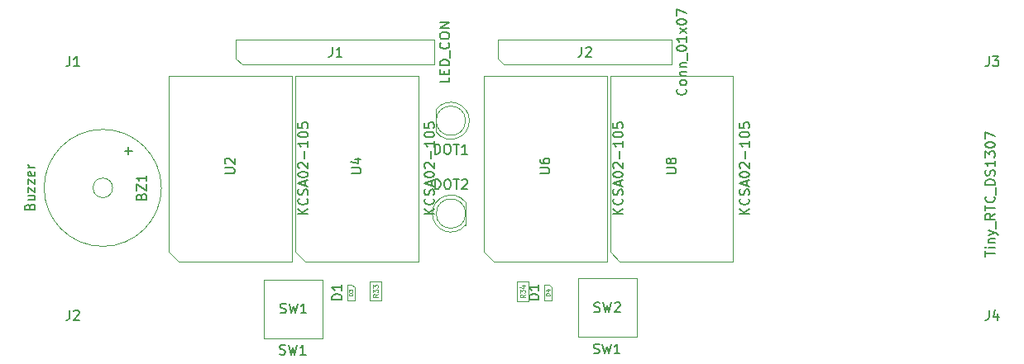
<source format=gbr>
G04 #@! TF.GenerationSoftware,KiCad,Pcbnew,(5.1.5)-2*
G04 #@! TF.CreationDate,2020-04-10T10:41:53+07:00*
G04 #@! TF.ProjectId,KIT_7SegLED_74HC595,4b49545f-3753-4656-974c-45445f373448,rev?*
G04 #@! TF.SameCoordinates,Original*
G04 #@! TF.FileFunction,Other,Fab,Top*
%FSLAX46Y46*%
G04 Gerber Fmt 4.6, Leading zero omitted, Abs format (unit mm)*
G04 Created by KiCad (PCBNEW (5.1.5)-2) date 2020-04-10 10:41:53*
%MOMM*%
%LPD*%
G04 APERTURE LIST*
%ADD10C,0.100000*%
%ADD11C,0.150000*%
%ADD12C,0.060000*%
%ADD13C,0.080000*%
G04 APERTURE END LIST*
D10*
X176339500Y-30924500D02*
X176339500Y-29019500D01*
X176339500Y-29019500D02*
X194119500Y-29019500D01*
X194119500Y-29019500D02*
X194119500Y-31559500D01*
X194119500Y-31559500D02*
X176974500Y-31559500D01*
X176974500Y-31559500D02*
X176339500Y-30924500D01*
X155570601Y-50726499D02*
X156570601Y-51726499D01*
X168170601Y-32676499D02*
X155570601Y-32676499D01*
X156570601Y-51726499D02*
X168170601Y-51726499D01*
X168170601Y-51726499D02*
X168170601Y-32676499D01*
X155570601Y-50726499D02*
X155570601Y-32676499D01*
X142632900Y-50727100D02*
X143632900Y-51727100D01*
X155232900Y-32677100D02*
X142632900Y-32677100D01*
X143632900Y-51727100D02*
X155232900Y-51727100D01*
X155232900Y-51727100D02*
X155232900Y-32677100D01*
X142632900Y-50727100D02*
X142632900Y-32677100D01*
X174874601Y-50726499D02*
X174874601Y-32676499D01*
X187474601Y-51726499D02*
X187474601Y-32676499D01*
X175874601Y-51726499D02*
X187474601Y-51726499D01*
X187474601Y-32676499D02*
X174874601Y-32676499D01*
X174874601Y-50726499D02*
X175874601Y-51726499D01*
X187825501Y-50726499D02*
X188825501Y-51726499D01*
X200425501Y-32676499D02*
X187825501Y-32676499D01*
X188825501Y-51726499D02*
X200425501Y-51726499D01*
X200425501Y-51726499D02*
X200425501Y-32676499D01*
X187825501Y-50726499D02*
X187825501Y-32676499D01*
X170017046Y-38465376D02*
G75*
G03X170017601Y-36133710I1500555J1165476D01*
G01*
X173017601Y-37299900D02*
G75*
G03X173017601Y-37299900I-1500000J0D01*
G01*
X170017601Y-36133710D02*
X170017601Y-38466090D01*
X173027601Y-47991090D02*
X173027601Y-45658710D01*
X173027601Y-46824900D02*
G75*
G03X173027601Y-46824900I-1500000J0D01*
G01*
X173028156Y-45659424D02*
G75*
G03X173027601Y-47991090I-1500555J-1165476D01*
G01*
X141890000Y-44186000D02*
G75*
G03X141890000Y-44186000I-6000000J0D01*
G01*
X136890000Y-44186000D02*
G75*
G03X136890000Y-44186000I-1000000J0D01*
G01*
X152396000Y-59588001D02*
X158396000Y-59588001D01*
X152396000Y-53588001D02*
X158396000Y-53588001D01*
X158396000Y-53588001D02*
X158396000Y-59588001D01*
X152396000Y-53588001D02*
X152396000Y-59588001D01*
X184527000Y-53479000D02*
X184527000Y-59479000D01*
X190527000Y-53479000D02*
X190527000Y-59479000D01*
X184527000Y-53479000D02*
X190527000Y-53479000D01*
X184527000Y-59479000D02*
X190527000Y-59479000D01*
X149542500Y-30924500D02*
X149542500Y-29019500D01*
X149542500Y-29019500D02*
X169862500Y-29019500D01*
X169862500Y-29019500D02*
X169862500Y-31559500D01*
X169862500Y-31559500D02*
X150177500Y-31559500D01*
X150177500Y-31559500D02*
X149542500Y-30924500D01*
X161690000Y-55714500D02*
X161690000Y-54414500D01*
X161690000Y-54414500D02*
X161390000Y-54114500D01*
X161390000Y-54114500D02*
X160890000Y-54114500D01*
X160890000Y-54114500D02*
X160890000Y-55714500D01*
X160890000Y-55714500D02*
X161690000Y-55714500D01*
X181057600Y-55714800D02*
X181857600Y-55714800D01*
X181057600Y-54114800D02*
X181057600Y-55714800D01*
X181557600Y-54114800D02*
X181057600Y-54114800D01*
X181857600Y-54414800D02*
X181557600Y-54114800D01*
X181857600Y-55714800D02*
X181857600Y-54414800D01*
X164430000Y-53762400D02*
X164430000Y-55762400D01*
X163230000Y-53762400D02*
X164430000Y-53762400D01*
X163230000Y-55762400D02*
X163230000Y-53762400D01*
X164430000Y-55762400D02*
X163230000Y-55762400D01*
X179466800Y-55813200D02*
X178266800Y-55813200D01*
X178266800Y-55813200D02*
X178266800Y-53813200D01*
X178266800Y-53813200D02*
X179466800Y-53813200D01*
X179466800Y-53813200D02*
X179466800Y-55813200D01*
D11*
X195536642Y-34027595D02*
X195584261Y-34075214D01*
X195631880Y-34218071D01*
X195631880Y-34313309D01*
X195584261Y-34456166D01*
X195489023Y-34551404D01*
X195393785Y-34599023D01*
X195203309Y-34646642D01*
X195060452Y-34646642D01*
X194869976Y-34599023D01*
X194774738Y-34551404D01*
X194679500Y-34456166D01*
X194631880Y-34313309D01*
X194631880Y-34218071D01*
X194679500Y-34075214D01*
X194727119Y-34027595D01*
X195631880Y-33456166D02*
X195584261Y-33551404D01*
X195536642Y-33599023D01*
X195441404Y-33646642D01*
X195155690Y-33646642D01*
X195060452Y-33599023D01*
X195012833Y-33551404D01*
X194965214Y-33456166D01*
X194965214Y-33313309D01*
X195012833Y-33218071D01*
X195060452Y-33170452D01*
X195155690Y-33122833D01*
X195441404Y-33122833D01*
X195536642Y-33170452D01*
X195584261Y-33218071D01*
X195631880Y-33313309D01*
X195631880Y-33456166D01*
X194965214Y-32694261D02*
X195631880Y-32694261D01*
X195060452Y-32694261D02*
X195012833Y-32646642D01*
X194965214Y-32551404D01*
X194965214Y-32408547D01*
X195012833Y-32313309D01*
X195108071Y-32265690D01*
X195631880Y-32265690D01*
X194965214Y-31789500D02*
X195631880Y-31789500D01*
X195060452Y-31789500D02*
X195012833Y-31741880D01*
X194965214Y-31646642D01*
X194965214Y-31503785D01*
X195012833Y-31408547D01*
X195108071Y-31360928D01*
X195631880Y-31360928D01*
X195727119Y-31122833D02*
X195727119Y-30360928D01*
X194631880Y-29932357D02*
X194631880Y-29837119D01*
X194679500Y-29741880D01*
X194727119Y-29694261D01*
X194822357Y-29646642D01*
X195012833Y-29599023D01*
X195250928Y-29599023D01*
X195441404Y-29646642D01*
X195536642Y-29694261D01*
X195584261Y-29741880D01*
X195631880Y-29837119D01*
X195631880Y-29932357D01*
X195584261Y-30027595D01*
X195536642Y-30075214D01*
X195441404Y-30122833D01*
X195250928Y-30170452D01*
X195012833Y-30170452D01*
X194822357Y-30122833D01*
X194727119Y-30075214D01*
X194679500Y-30027595D01*
X194631880Y-29932357D01*
X195631880Y-28646642D02*
X195631880Y-29218071D01*
X195631880Y-28932357D02*
X194631880Y-28932357D01*
X194774738Y-29027595D01*
X194869976Y-29122833D01*
X194917595Y-29218071D01*
X195631880Y-28313309D02*
X194965214Y-27789500D01*
X194965214Y-28313309D02*
X195631880Y-27789500D01*
X194631880Y-27218071D02*
X194631880Y-27122833D01*
X194679500Y-27027595D01*
X194727119Y-26979976D01*
X194822357Y-26932357D01*
X195012833Y-26884738D01*
X195250928Y-26884738D01*
X195441404Y-26932357D01*
X195536642Y-26979976D01*
X195584261Y-27027595D01*
X195631880Y-27122833D01*
X195631880Y-27218071D01*
X195584261Y-27313309D01*
X195536642Y-27360928D01*
X195441404Y-27408547D01*
X195250928Y-27456166D01*
X195012833Y-27456166D01*
X194822357Y-27408547D01*
X194727119Y-27360928D01*
X194679500Y-27313309D01*
X194631880Y-27218071D01*
X194631880Y-26551404D02*
X194631880Y-25884738D01*
X195631880Y-26313309D01*
X184896166Y-29741880D02*
X184896166Y-30456166D01*
X184848547Y-30599023D01*
X184753309Y-30694261D01*
X184610452Y-30741880D01*
X184515214Y-30741880D01*
X185324738Y-29837119D02*
X185372357Y-29789500D01*
X185467595Y-29741880D01*
X185705690Y-29741880D01*
X185800928Y-29789500D01*
X185848547Y-29837119D01*
X185896166Y-29932357D01*
X185896166Y-30027595D01*
X185848547Y-30170452D01*
X185277119Y-30741880D01*
X185896166Y-30741880D01*
X226210880Y-51211952D02*
X226210880Y-50640523D01*
X227210880Y-50926238D02*
X226210880Y-50926238D01*
X227210880Y-50307190D02*
X226544214Y-50307190D01*
X226210880Y-50307190D02*
X226258500Y-50354809D01*
X226306119Y-50307190D01*
X226258500Y-50259571D01*
X226210880Y-50307190D01*
X226306119Y-50307190D01*
X226544214Y-49831000D02*
X227210880Y-49831000D01*
X226639452Y-49831000D02*
X226591833Y-49783380D01*
X226544214Y-49688142D01*
X226544214Y-49545285D01*
X226591833Y-49450047D01*
X226687071Y-49402428D01*
X227210880Y-49402428D01*
X226544214Y-49021476D02*
X227210880Y-48783380D01*
X226544214Y-48545285D02*
X227210880Y-48783380D01*
X227448976Y-48878619D01*
X227496595Y-48926238D01*
X227544214Y-49021476D01*
X227306119Y-48402428D02*
X227306119Y-47640523D01*
X227210880Y-46831000D02*
X226734690Y-47164333D01*
X227210880Y-47402428D02*
X226210880Y-47402428D01*
X226210880Y-47021476D01*
X226258500Y-46926238D01*
X226306119Y-46878619D01*
X226401357Y-46831000D01*
X226544214Y-46831000D01*
X226639452Y-46878619D01*
X226687071Y-46926238D01*
X226734690Y-47021476D01*
X226734690Y-47402428D01*
X226210880Y-46545285D02*
X226210880Y-45973857D01*
X227210880Y-46259571D02*
X226210880Y-46259571D01*
X227115642Y-45069095D02*
X227163261Y-45116714D01*
X227210880Y-45259571D01*
X227210880Y-45354809D01*
X227163261Y-45497666D01*
X227068023Y-45592904D01*
X226972785Y-45640523D01*
X226782309Y-45688142D01*
X226639452Y-45688142D01*
X226448976Y-45640523D01*
X226353738Y-45592904D01*
X226258500Y-45497666D01*
X226210880Y-45354809D01*
X226210880Y-45259571D01*
X226258500Y-45116714D01*
X226306119Y-45069095D01*
X227306119Y-44878619D02*
X227306119Y-44116714D01*
X227210880Y-43878619D02*
X226210880Y-43878619D01*
X226210880Y-43640523D01*
X226258500Y-43497666D01*
X226353738Y-43402428D01*
X226448976Y-43354809D01*
X226639452Y-43307190D01*
X226782309Y-43307190D01*
X226972785Y-43354809D01*
X227068023Y-43402428D01*
X227163261Y-43497666D01*
X227210880Y-43640523D01*
X227210880Y-43878619D01*
X227163261Y-42926238D02*
X227210880Y-42783380D01*
X227210880Y-42545285D01*
X227163261Y-42450047D01*
X227115642Y-42402428D01*
X227020404Y-42354809D01*
X226925166Y-42354809D01*
X226829928Y-42402428D01*
X226782309Y-42450047D01*
X226734690Y-42545285D01*
X226687071Y-42735761D01*
X226639452Y-42831000D01*
X226591833Y-42878619D01*
X226496595Y-42926238D01*
X226401357Y-42926238D01*
X226306119Y-42878619D01*
X226258500Y-42831000D01*
X226210880Y-42735761D01*
X226210880Y-42497666D01*
X226258500Y-42354809D01*
X227210880Y-41402428D02*
X227210880Y-41973857D01*
X227210880Y-41688142D02*
X226210880Y-41688142D01*
X226353738Y-41783380D01*
X226448976Y-41878619D01*
X226496595Y-41973857D01*
X226210880Y-41069095D02*
X226210880Y-40450047D01*
X226591833Y-40783380D01*
X226591833Y-40640523D01*
X226639452Y-40545285D01*
X226687071Y-40497666D01*
X226782309Y-40450047D01*
X227020404Y-40450047D01*
X227115642Y-40497666D01*
X227163261Y-40545285D01*
X227210880Y-40640523D01*
X227210880Y-40926238D01*
X227163261Y-41021476D01*
X227115642Y-41069095D01*
X226210880Y-39831000D02*
X226210880Y-39735761D01*
X226258500Y-39640523D01*
X226306119Y-39592904D01*
X226401357Y-39545285D01*
X226591833Y-39497666D01*
X226829928Y-39497666D01*
X227020404Y-39545285D01*
X227115642Y-39592904D01*
X227163261Y-39640523D01*
X227210880Y-39735761D01*
X227210880Y-39831000D01*
X227163261Y-39926238D01*
X227115642Y-39973857D01*
X227020404Y-40021476D01*
X226829928Y-40069095D01*
X226591833Y-40069095D01*
X226401357Y-40021476D01*
X226306119Y-39973857D01*
X226258500Y-39926238D01*
X226210880Y-39831000D01*
X226210880Y-39164333D02*
X226210880Y-38497666D01*
X227210880Y-38926238D01*
X132491166Y-56742080D02*
X132491166Y-57456366D01*
X132443547Y-57599223D01*
X132348309Y-57694461D01*
X132205452Y-57742080D01*
X132110214Y-57742080D01*
X132919738Y-56837319D02*
X132967357Y-56789700D01*
X133062595Y-56742080D01*
X133300690Y-56742080D01*
X133395928Y-56789700D01*
X133443547Y-56837319D01*
X133491166Y-56932557D01*
X133491166Y-57027795D01*
X133443547Y-57170652D01*
X132872119Y-57742080D01*
X133491166Y-57742080D01*
X226598166Y-30707080D02*
X226598166Y-31421366D01*
X226550547Y-31564223D01*
X226455309Y-31659461D01*
X226312452Y-31707080D01*
X226217214Y-31707080D01*
X226979119Y-30707080D02*
X227598166Y-30707080D01*
X227264833Y-31088033D01*
X227407690Y-31088033D01*
X227502928Y-31135652D01*
X227550547Y-31183271D01*
X227598166Y-31278509D01*
X227598166Y-31516604D01*
X227550547Y-31611842D01*
X227502928Y-31659461D01*
X227407690Y-31707080D01*
X227121976Y-31707080D01*
X227026738Y-31659461D01*
X226979119Y-31611842D01*
X226598166Y-56742080D02*
X226598166Y-57456366D01*
X226550547Y-57599223D01*
X226455309Y-57694461D01*
X226312452Y-57742080D01*
X226217214Y-57742080D01*
X227502928Y-57075414D02*
X227502928Y-57742080D01*
X227264833Y-56694461D02*
X227026738Y-57408747D01*
X227645785Y-57408747D01*
X132491166Y-30707080D02*
X132491166Y-31421366D01*
X132443547Y-31564223D01*
X132348309Y-31659461D01*
X132205452Y-31707080D01*
X132110214Y-31707080D01*
X133491166Y-31707080D02*
X132919738Y-31707080D01*
X133205452Y-31707080D02*
X133205452Y-30707080D01*
X133110214Y-30849938D01*
X133014976Y-30945176D01*
X132919738Y-30992795D01*
X169822981Y-46868165D02*
X168822981Y-46868165D01*
X169822981Y-46296737D02*
X169251553Y-46725308D01*
X168822981Y-46296737D02*
X169394410Y-46868165D01*
X169727743Y-45296737D02*
X169775362Y-45344356D01*
X169822981Y-45487213D01*
X169822981Y-45582451D01*
X169775362Y-45725308D01*
X169680124Y-45820546D01*
X169584886Y-45868165D01*
X169394410Y-45915784D01*
X169251553Y-45915784D01*
X169061077Y-45868165D01*
X168965839Y-45820546D01*
X168870601Y-45725308D01*
X168822981Y-45582451D01*
X168822981Y-45487213D01*
X168870601Y-45344356D01*
X168918220Y-45296737D01*
X169775362Y-44915784D02*
X169822981Y-44772927D01*
X169822981Y-44534832D01*
X169775362Y-44439594D01*
X169727743Y-44391975D01*
X169632505Y-44344356D01*
X169537267Y-44344356D01*
X169442029Y-44391975D01*
X169394410Y-44439594D01*
X169346791Y-44534832D01*
X169299172Y-44725308D01*
X169251553Y-44820546D01*
X169203934Y-44868165D01*
X169108696Y-44915784D01*
X169013458Y-44915784D01*
X168918220Y-44868165D01*
X168870601Y-44820546D01*
X168822981Y-44725308D01*
X168822981Y-44487213D01*
X168870601Y-44344356D01*
X169537267Y-43963403D02*
X169537267Y-43487213D01*
X169822981Y-44058641D02*
X168822981Y-43725308D01*
X169822981Y-43391975D01*
X168822981Y-42868165D02*
X168822981Y-42772927D01*
X168870601Y-42677689D01*
X168918220Y-42630070D01*
X169013458Y-42582451D01*
X169203934Y-42534832D01*
X169442029Y-42534832D01*
X169632505Y-42582451D01*
X169727743Y-42630070D01*
X169775362Y-42677689D01*
X169822981Y-42772927D01*
X169822981Y-42868165D01*
X169775362Y-42963403D01*
X169727743Y-43011022D01*
X169632505Y-43058641D01*
X169442029Y-43106260D01*
X169203934Y-43106260D01*
X169013458Y-43058641D01*
X168918220Y-43011022D01*
X168870601Y-42963403D01*
X168822981Y-42868165D01*
X168918220Y-42153879D02*
X168870601Y-42106260D01*
X168822981Y-42011022D01*
X168822981Y-41772927D01*
X168870601Y-41677689D01*
X168918220Y-41630070D01*
X169013458Y-41582451D01*
X169108696Y-41582451D01*
X169251553Y-41630070D01*
X169822981Y-42201499D01*
X169822981Y-41582451D01*
X169442029Y-41153879D02*
X169442029Y-40391975D01*
X169822981Y-39391975D02*
X169822981Y-39963403D01*
X169822981Y-39677689D02*
X168822981Y-39677689D01*
X168965839Y-39772927D01*
X169061077Y-39868165D01*
X169108696Y-39963403D01*
X168822981Y-38772927D02*
X168822981Y-38677689D01*
X168870601Y-38582451D01*
X168918220Y-38534832D01*
X169013458Y-38487213D01*
X169203934Y-38439594D01*
X169442029Y-38439594D01*
X169632505Y-38487213D01*
X169727743Y-38534832D01*
X169775362Y-38582451D01*
X169822981Y-38677689D01*
X169822981Y-38772927D01*
X169775362Y-38868165D01*
X169727743Y-38915784D01*
X169632505Y-38963403D01*
X169442029Y-39011022D01*
X169203934Y-39011022D01*
X169013458Y-38963403D01*
X168918220Y-38915784D01*
X168870601Y-38868165D01*
X168822981Y-38772927D01*
X168822981Y-37534832D02*
X168822981Y-38011022D01*
X169299172Y-38058641D01*
X169251553Y-38011022D01*
X169203934Y-37915784D01*
X169203934Y-37677689D01*
X169251553Y-37582451D01*
X169299172Y-37534832D01*
X169394410Y-37487213D01*
X169632505Y-37487213D01*
X169727743Y-37534832D01*
X169775362Y-37582451D01*
X169822981Y-37677689D01*
X169822981Y-37915784D01*
X169775362Y-38011022D01*
X169727743Y-38058641D01*
X161322981Y-42713403D02*
X162132505Y-42713403D01*
X162227743Y-42665784D01*
X162275362Y-42618165D01*
X162322981Y-42522927D01*
X162322981Y-42332451D01*
X162275362Y-42237213D01*
X162227743Y-42189594D01*
X162132505Y-42141975D01*
X161322981Y-42141975D01*
X161656315Y-41237213D02*
X162322981Y-41237213D01*
X161275362Y-41475308D02*
X161989648Y-41713403D01*
X161989648Y-41094356D01*
X156885280Y-46868766D02*
X155885280Y-46868766D01*
X156885280Y-46297338D02*
X156313852Y-46725909D01*
X155885280Y-46297338D02*
X156456709Y-46868766D01*
X156790042Y-45297338D02*
X156837661Y-45344957D01*
X156885280Y-45487814D01*
X156885280Y-45583052D01*
X156837661Y-45725909D01*
X156742423Y-45821147D01*
X156647185Y-45868766D01*
X156456709Y-45916385D01*
X156313852Y-45916385D01*
X156123376Y-45868766D01*
X156028138Y-45821147D01*
X155932900Y-45725909D01*
X155885280Y-45583052D01*
X155885280Y-45487814D01*
X155932900Y-45344957D01*
X155980519Y-45297338D01*
X156837661Y-44916385D02*
X156885280Y-44773528D01*
X156885280Y-44535433D01*
X156837661Y-44440195D01*
X156790042Y-44392576D01*
X156694804Y-44344957D01*
X156599566Y-44344957D01*
X156504328Y-44392576D01*
X156456709Y-44440195D01*
X156409090Y-44535433D01*
X156361471Y-44725909D01*
X156313852Y-44821147D01*
X156266233Y-44868766D01*
X156170995Y-44916385D01*
X156075757Y-44916385D01*
X155980519Y-44868766D01*
X155932900Y-44821147D01*
X155885280Y-44725909D01*
X155885280Y-44487814D01*
X155932900Y-44344957D01*
X156599566Y-43964004D02*
X156599566Y-43487814D01*
X156885280Y-44059242D02*
X155885280Y-43725909D01*
X156885280Y-43392576D01*
X155885280Y-42868766D02*
X155885280Y-42773528D01*
X155932900Y-42678290D01*
X155980519Y-42630671D01*
X156075757Y-42583052D01*
X156266233Y-42535433D01*
X156504328Y-42535433D01*
X156694804Y-42583052D01*
X156790042Y-42630671D01*
X156837661Y-42678290D01*
X156885280Y-42773528D01*
X156885280Y-42868766D01*
X156837661Y-42964004D01*
X156790042Y-43011623D01*
X156694804Y-43059242D01*
X156504328Y-43106861D01*
X156266233Y-43106861D01*
X156075757Y-43059242D01*
X155980519Y-43011623D01*
X155932900Y-42964004D01*
X155885280Y-42868766D01*
X155980519Y-42154480D02*
X155932900Y-42106861D01*
X155885280Y-42011623D01*
X155885280Y-41773528D01*
X155932900Y-41678290D01*
X155980519Y-41630671D01*
X156075757Y-41583052D01*
X156170995Y-41583052D01*
X156313852Y-41630671D01*
X156885280Y-42202100D01*
X156885280Y-41583052D01*
X156504328Y-41154480D02*
X156504328Y-40392576D01*
X156885280Y-39392576D02*
X156885280Y-39964004D01*
X156885280Y-39678290D02*
X155885280Y-39678290D01*
X156028138Y-39773528D01*
X156123376Y-39868766D01*
X156170995Y-39964004D01*
X155885280Y-38773528D02*
X155885280Y-38678290D01*
X155932900Y-38583052D01*
X155980519Y-38535433D01*
X156075757Y-38487814D01*
X156266233Y-38440195D01*
X156504328Y-38440195D01*
X156694804Y-38487814D01*
X156790042Y-38535433D01*
X156837661Y-38583052D01*
X156885280Y-38678290D01*
X156885280Y-38773528D01*
X156837661Y-38868766D01*
X156790042Y-38916385D01*
X156694804Y-38964004D01*
X156504328Y-39011623D01*
X156266233Y-39011623D01*
X156075757Y-38964004D01*
X155980519Y-38916385D01*
X155932900Y-38868766D01*
X155885280Y-38773528D01*
X155885280Y-37535433D02*
X155885280Y-38011623D01*
X156361471Y-38059242D01*
X156313852Y-38011623D01*
X156266233Y-37916385D01*
X156266233Y-37678290D01*
X156313852Y-37583052D01*
X156361471Y-37535433D01*
X156456709Y-37487814D01*
X156694804Y-37487814D01*
X156790042Y-37535433D01*
X156837661Y-37583052D01*
X156885280Y-37678290D01*
X156885280Y-37916385D01*
X156837661Y-38011623D01*
X156790042Y-38059242D01*
X148385280Y-42714004D02*
X149194804Y-42714004D01*
X149290042Y-42666385D01*
X149337661Y-42618766D01*
X149385280Y-42523528D01*
X149385280Y-42333052D01*
X149337661Y-42237814D01*
X149290042Y-42190195D01*
X149194804Y-42142576D01*
X148385280Y-42142576D01*
X148480519Y-41714004D02*
X148432900Y-41666385D01*
X148385280Y-41571147D01*
X148385280Y-41333052D01*
X148432900Y-41237814D01*
X148480519Y-41190195D01*
X148575757Y-41142576D01*
X148670995Y-41142576D01*
X148813852Y-41190195D01*
X149385280Y-41761623D01*
X149385280Y-41142576D01*
X189126981Y-46868165D02*
X188126981Y-46868165D01*
X189126981Y-46296737D02*
X188555553Y-46725308D01*
X188126981Y-46296737D02*
X188698410Y-46868165D01*
X189031743Y-45296737D02*
X189079362Y-45344356D01*
X189126981Y-45487213D01*
X189126981Y-45582451D01*
X189079362Y-45725308D01*
X188984124Y-45820546D01*
X188888886Y-45868165D01*
X188698410Y-45915784D01*
X188555553Y-45915784D01*
X188365077Y-45868165D01*
X188269839Y-45820546D01*
X188174601Y-45725308D01*
X188126981Y-45582451D01*
X188126981Y-45487213D01*
X188174601Y-45344356D01*
X188222220Y-45296737D01*
X189079362Y-44915784D02*
X189126981Y-44772927D01*
X189126981Y-44534832D01*
X189079362Y-44439594D01*
X189031743Y-44391975D01*
X188936505Y-44344356D01*
X188841267Y-44344356D01*
X188746029Y-44391975D01*
X188698410Y-44439594D01*
X188650791Y-44534832D01*
X188603172Y-44725308D01*
X188555553Y-44820546D01*
X188507934Y-44868165D01*
X188412696Y-44915784D01*
X188317458Y-44915784D01*
X188222220Y-44868165D01*
X188174601Y-44820546D01*
X188126981Y-44725308D01*
X188126981Y-44487213D01*
X188174601Y-44344356D01*
X188841267Y-43963403D02*
X188841267Y-43487213D01*
X189126981Y-44058641D02*
X188126981Y-43725308D01*
X189126981Y-43391975D01*
X188126981Y-42868165D02*
X188126981Y-42772927D01*
X188174601Y-42677689D01*
X188222220Y-42630070D01*
X188317458Y-42582451D01*
X188507934Y-42534832D01*
X188746029Y-42534832D01*
X188936505Y-42582451D01*
X189031743Y-42630070D01*
X189079362Y-42677689D01*
X189126981Y-42772927D01*
X189126981Y-42868165D01*
X189079362Y-42963403D01*
X189031743Y-43011022D01*
X188936505Y-43058641D01*
X188746029Y-43106260D01*
X188507934Y-43106260D01*
X188317458Y-43058641D01*
X188222220Y-43011022D01*
X188174601Y-42963403D01*
X188126981Y-42868165D01*
X188222220Y-42153879D02*
X188174601Y-42106260D01*
X188126981Y-42011022D01*
X188126981Y-41772927D01*
X188174601Y-41677689D01*
X188222220Y-41630070D01*
X188317458Y-41582451D01*
X188412696Y-41582451D01*
X188555553Y-41630070D01*
X189126981Y-42201499D01*
X189126981Y-41582451D01*
X188746029Y-41153879D02*
X188746029Y-40391975D01*
X189126981Y-39391975D02*
X189126981Y-39963403D01*
X189126981Y-39677689D02*
X188126981Y-39677689D01*
X188269839Y-39772927D01*
X188365077Y-39868165D01*
X188412696Y-39963403D01*
X188126981Y-38772927D02*
X188126981Y-38677689D01*
X188174601Y-38582451D01*
X188222220Y-38534832D01*
X188317458Y-38487213D01*
X188507934Y-38439594D01*
X188746029Y-38439594D01*
X188936505Y-38487213D01*
X189031743Y-38534832D01*
X189079362Y-38582451D01*
X189126981Y-38677689D01*
X189126981Y-38772927D01*
X189079362Y-38868165D01*
X189031743Y-38915784D01*
X188936505Y-38963403D01*
X188746029Y-39011022D01*
X188507934Y-39011022D01*
X188317458Y-38963403D01*
X188222220Y-38915784D01*
X188174601Y-38868165D01*
X188126981Y-38772927D01*
X188126981Y-37534832D02*
X188126981Y-38011022D01*
X188603172Y-38058641D01*
X188555553Y-38011022D01*
X188507934Y-37915784D01*
X188507934Y-37677689D01*
X188555553Y-37582451D01*
X188603172Y-37534832D01*
X188698410Y-37487213D01*
X188936505Y-37487213D01*
X189031743Y-37534832D01*
X189079362Y-37582451D01*
X189126981Y-37677689D01*
X189126981Y-37915784D01*
X189079362Y-38011022D01*
X189031743Y-38058641D01*
X180626981Y-42713403D02*
X181436505Y-42713403D01*
X181531743Y-42665784D01*
X181579362Y-42618165D01*
X181626981Y-42522927D01*
X181626981Y-42332451D01*
X181579362Y-42237213D01*
X181531743Y-42189594D01*
X181436505Y-42141975D01*
X180626981Y-42141975D01*
X180626981Y-41237213D02*
X180626981Y-41427689D01*
X180674601Y-41522927D01*
X180722220Y-41570546D01*
X180865077Y-41665784D01*
X181055553Y-41713403D01*
X181436505Y-41713403D01*
X181531743Y-41665784D01*
X181579362Y-41618165D01*
X181626981Y-41522927D01*
X181626981Y-41332451D01*
X181579362Y-41237213D01*
X181531743Y-41189594D01*
X181436505Y-41141975D01*
X181198410Y-41141975D01*
X181103172Y-41189594D01*
X181055553Y-41237213D01*
X181007934Y-41332451D01*
X181007934Y-41522927D01*
X181055553Y-41618165D01*
X181103172Y-41665784D01*
X181198410Y-41713403D01*
X202077881Y-46868165D02*
X201077881Y-46868165D01*
X202077881Y-46296737D02*
X201506453Y-46725308D01*
X201077881Y-46296737D02*
X201649310Y-46868165D01*
X201982643Y-45296737D02*
X202030262Y-45344356D01*
X202077881Y-45487213D01*
X202077881Y-45582451D01*
X202030262Y-45725308D01*
X201935024Y-45820546D01*
X201839786Y-45868165D01*
X201649310Y-45915784D01*
X201506453Y-45915784D01*
X201315977Y-45868165D01*
X201220739Y-45820546D01*
X201125501Y-45725308D01*
X201077881Y-45582451D01*
X201077881Y-45487213D01*
X201125501Y-45344356D01*
X201173120Y-45296737D01*
X202030262Y-44915784D02*
X202077881Y-44772927D01*
X202077881Y-44534832D01*
X202030262Y-44439594D01*
X201982643Y-44391975D01*
X201887405Y-44344356D01*
X201792167Y-44344356D01*
X201696929Y-44391975D01*
X201649310Y-44439594D01*
X201601691Y-44534832D01*
X201554072Y-44725308D01*
X201506453Y-44820546D01*
X201458834Y-44868165D01*
X201363596Y-44915784D01*
X201268358Y-44915784D01*
X201173120Y-44868165D01*
X201125501Y-44820546D01*
X201077881Y-44725308D01*
X201077881Y-44487213D01*
X201125501Y-44344356D01*
X201792167Y-43963403D02*
X201792167Y-43487213D01*
X202077881Y-44058641D02*
X201077881Y-43725308D01*
X202077881Y-43391975D01*
X201077881Y-42868165D02*
X201077881Y-42772927D01*
X201125501Y-42677689D01*
X201173120Y-42630070D01*
X201268358Y-42582451D01*
X201458834Y-42534832D01*
X201696929Y-42534832D01*
X201887405Y-42582451D01*
X201982643Y-42630070D01*
X202030262Y-42677689D01*
X202077881Y-42772927D01*
X202077881Y-42868165D01*
X202030262Y-42963403D01*
X201982643Y-43011022D01*
X201887405Y-43058641D01*
X201696929Y-43106260D01*
X201458834Y-43106260D01*
X201268358Y-43058641D01*
X201173120Y-43011022D01*
X201125501Y-42963403D01*
X201077881Y-42868165D01*
X201173120Y-42153879D02*
X201125501Y-42106260D01*
X201077881Y-42011022D01*
X201077881Y-41772927D01*
X201125501Y-41677689D01*
X201173120Y-41630070D01*
X201268358Y-41582451D01*
X201363596Y-41582451D01*
X201506453Y-41630070D01*
X202077881Y-42201499D01*
X202077881Y-41582451D01*
X201696929Y-41153879D02*
X201696929Y-40391975D01*
X202077881Y-39391975D02*
X202077881Y-39963403D01*
X202077881Y-39677689D02*
X201077881Y-39677689D01*
X201220739Y-39772927D01*
X201315977Y-39868165D01*
X201363596Y-39963403D01*
X201077881Y-38772927D02*
X201077881Y-38677689D01*
X201125501Y-38582451D01*
X201173120Y-38534832D01*
X201268358Y-38487213D01*
X201458834Y-38439594D01*
X201696929Y-38439594D01*
X201887405Y-38487213D01*
X201982643Y-38534832D01*
X202030262Y-38582451D01*
X202077881Y-38677689D01*
X202077881Y-38772927D01*
X202030262Y-38868165D01*
X201982643Y-38915784D01*
X201887405Y-38963403D01*
X201696929Y-39011022D01*
X201458834Y-39011022D01*
X201268358Y-38963403D01*
X201173120Y-38915784D01*
X201125501Y-38868165D01*
X201077881Y-38772927D01*
X201077881Y-37534832D02*
X201077881Y-38011022D01*
X201554072Y-38058641D01*
X201506453Y-38011022D01*
X201458834Y-37915784D01*
X201458834Y-37677689D01*
X201506453Y-37582451D01*
X201554072Y-37534832D01*
X201649310Y-37487213D01*
X201887405Y-37487213D01*
X201982643Y-37534832D01*
X202030262Y-37582451D01*
X202077881Y-37677689D01*
X202077881Y-37915784D01*
X202030262Y-38011022D01*
X201982643Y-38058641D01*
X193577881Y-42713403D02*
X194387405Y-42713403D01*
X194482643Y-42665784D01*
X194530262Y-42618165D01*
X194577881Y-42522927D01*
X194577881Y-42332451D01*
X194530262Y-42237213D01*
X194482643Y-42189594D01*
X194387405Y-42141975D01*
X193577881Y-42141975D01*
X194006453Y-41522927D02*
X193958834Y-41618165D01*
X193911215Y-41665784D01*
X193815977Y-41713403D01*
X193768358Y-41713403D01*
X193673120Y-41665784D01*
X193625501Y-41618165D01*
X193577881Y-41522927D01*
X193577881Y-41332451D01*
X193625501Y-41237213D01*
X193673120Y-41189594D01*
X193768358Y-41141975D01*
X193815977Y-41141975D01*
X193911215Y-41189594D01*
X193958834Y-41237213D01*
X194006453Y-41332451D01*
X194006453Y-41522927D01*
X194054072Y-41618165D01*
X194101691Y-41665784D01*
X194196929Y-41713403D01*
X194387405Y-41713403D01*
X194482643Y-41665784D01*
X194530262Y-41618165D01*
X194577881Y-41522927D01*
X194577881Y-41332451D01*
X194530262Y-41237213D01*
X194482643Y-41189594D01*
X194387405Y-41141975D01*
X194196929Y-41141975D01*
X194101691Y-41189594D01*
X194054072Y-41237213D01*
X194006453Y-41332451D01*
X169874743Y-40712280D02*
X169874743Y-39712280D01*
X170112839Y-39712280D01*
X170255696Y-39759900D01*
X170350934Y-39855138D01*
X170398553Y-39950376D01*
X170446172Y-40140852D01*
X170446172Y-40283709D01*
X170398553Y-40474185D01*
X170350934Y-40569423D01*
X170255696Y-40664661D01*
X170112839Y-40712280D01*
X169874743Y-40712280D01*
X171065220Y-39712280D02*
X171255696Y-39712280D01*
X171350934Y-39759900D01*
X171446172Y-39855138D01*
X171493791Y-40045614D01*
X171493791Y-40378947D01*
X171446172Y-40569423D01*
X171350934Y-40664661D01*
X171255696Y-40712280D01*
X171065220Y-40712280D01*
X170969981Y-40664661D01*
X170874743Y-40569423D01*
X170827124Y-40378947D01*
X170827124Y-40045614D01*
X170874743Y-39855138D01*
X170969981Y-39759900D01*
X171065220Y-39712280D01*
X171779505Y-39712280D02*
X172350934Y-39712280D01*
X172065220Y-40712280D02*
X172065220Y-39712280D01*
X173208077Y-40712280D02*
X172636648Y-40712280D01*
X172922362Y-40712280D02*
X172922362Y-39712280D01*
X172827124Y-39855138D01*
X172731886Y-39950376D01*
X172636648Y-39997995D01*
X169884743Y-44317280D02*
X169884743Y-43317280D01*
X170122839Y-43317280D01*
X170265696Y-43364900D01*
X170360934Y-43460138D01*
X170408553Y-43555376D01*
X170456172Y-43745852D01*
X170456172Y-43888709D01*
X170408553Y-44079185D01*
X170360934Y-44174423D01*
X170265696Y-44269661D01*
X170122839Y-44317280D01*
X169884743Y-44317280D01*
X171075220Y-43317280D02*
X171265696Y-43317280D01*
X171360934Y-43364900D01*
X171456172Y-43460138D01*
X171503791Y-43650614D01*
X171503791Y-43983947D01*
X171456172Y-44174423D01*
X171360934Y-44269661D01*
X171265696Y-44317280D01*
X171075220Y-44317280D01*
X170979981Y-44269661D01*
X170884743Y-44174423D01*
X170837124Y-43983947D01*
X170837124Y-43650614D01*
X170884743Y-43460138D01*
X170979981Y-43364900D01*
X171075220Y-43317280D01*
X171789505Y-43317280D02*
X172360934Y-43317280D01*
X172075220Y-44317280D02*
X172075220Y-43317280D01*
X172646648Y-43412519D02*
X172694267Y-43364900D01*
X172789505Y-43317280D01*
X173027601Y-43317280D01*
X173122839Y-43364900D01*
X173170458Y-43412519D01*
X173218077Y-43507757D01*
X173218077Y-43602995D01*
X173170458Y-43745852D01*
X172599029Y-44317280D01*
X173218077Y-44317280D01*
X128418571Y-46114571D02*
X128466190Y-45971714D01*
X128513809Y-45924095D01*
X128609047Y-45876476D01*
X128751904Y-45876476D01*
X128847142Y-45924095D01*
X128894761Y-45971714D01*
X128942380Y-46066952D01*
X128942380Y-46447904D01*
X127942380Y-46447904D01*
X127942380Y-46114571D01*
X127990000Y-46019333D01*
X128037619Y-45971714D01*
X128132857Y-45924095D01*
X128228095Y-45924095D01*
X128323333Y-45971714D01*
X128370952Y-46019333D01*
X128418571Y-46114571D01*
X128418571Y-46447904D01*
X128275714Y-45019333D02*
X128942380Y-45019333D01*
X128275714Y-45447904D02*
X128799523Y-45447904D01*
X128894761Y-45400285D01*
X128942380Y-45305047D01*
X128942380Y-45162190D01*
X128894761Y-45066952D01*
X128847142Y-45019333D01*
X128275714Y-44638380D02*
X128275714Y-44114571D01*
X128942380Y-44638380D01*
X128942380Y-44114571D01*
X128275714Y-43828857D02*
X128275714Y-43305047D01*
X128942380Y-43828857D01*
X128942380Y-43305047D01*
X128894761Y-42543142D02*
X128942380Y-42638380D01*
X128942380Y-42828857D01*
X128894761Y-42924095D01*
X128799523Y-42971714D01*
X128418571Y-42971714D01*
X128323333Y-42924095D01*
X128275714Y-42828857D01*
X128275714Y-42638380D01*
X128323333Y-42543142D01*
X128418571Y-42495523D01*
X128513809Y-42495523D01*
X128609047Y-42971714D01*
X128942380Y-42066952D02*
X128275714Y-42066952D01*
X128466190Y-42066952D02*
X128370952Y-42019333D01*
X128323333Y-41971714D01*
X128275714Y-41876476D01*
X128275714Y-41781238D01*
X138501428Y-40756952D02*
X138501428Y-39995047D01*
X138882380Y-40376000D02*
X138120476Y-40376000D01*
X139818571Y-45066952D02*
X139866190Y-44924095D01*
X139913809Y-44876476D01*
X140009047Y-44828857D01*
X140151904Y-44828857D01*
X140247142Y-44876476D01*
X140294761Y-44924095D01*
X140342380Y-45019333D01*
X140342380Y-45400285D01*
X139342380Y-45400285D01*
X139342380Y-45066952D01*
X139390000Y-44971714D01*
X139437619Y-44924095D01*
X139532857Y-44876476D01*
X139628095Y-44876476D01*
X139723333Y-44924095D01*
X139770952Y-44971714D01*
X139818571Y-45066952D01*
X139818571Y-45400285D01*
X139342380Y-44495523D02*
X139342380Y-43828857D01*
X140342380Y-44495523D01*
X140342380Y-43828857D01*
X140342380Y-42924095D02*
X140342380Y-43495523D01*
X140342380Y-43209809D02*
X139342380Y-43209809D01*
X139485238Y-43305047D01*
X139580476Y-43400285D01*
X139628095Y-43495523D01*
X154012666Y-61242762D02*
X154155523Y-61290381D01*
X154393619Y-61290381D01*
X154488857Y-61242762D01*
X154536476Y-61195143D01*
X154584095Y-61099905D01*
X154584095Y-61004667D01*
X154536476Y-60909429D01*
X154488857Y-60861810D01*
X154393619Y-60814191D01*
X154203142Y-60766572D01*
X154107904Y-60718953D01*
X154060285Y-60671334D01*
X154012666Y-60576096D01*
X154012666Y-60480858D01*
X154060285Y-60385620D01*
X154107904Y-60338001D01*
X154203142Y-60290381D01*
X154441238Y-60290381D01*
X154584095Y-60338001D01*
X154917428Y-60290381D02*
X155155523Y-61290381D01*
X155346000Y-60576096D01*
X155536476Y-61290381D01*
X155774571Y-60290381D01*
X156679333Y-61290381D02*
X156107904Y-61290381D01*
X156393619Y-61290381D02*
X156393619Y-60290381D01*
X156298380Y-60433239D01*
X156203142Y-60528477D01*
X156107904Y-60576096D01*
X154062666Y-56992762D02*
X154205523Y-57040381D01*
X154443619Y-57040381D01*
X154538857Y-56992762D01*
X154586476Y-56945143D01*
X154634095Y-56849905D01*
X154634095Y-56754667D01*
X154586476Y-56659429D01*
X154538857Y-56611810D01*
X154443619Y-56564191D01*
X154253142Y-56516572D01*
X154157904Y-56468953D01*
X154110285Y-56421334D01*
X154062666Y-56326096D01*
X154062666Y-56230858D01*
X154110285Y-56135620D01*
X154157904Y-56088001D01*
X154253142Y-56040381D01*
X154491238Y-56040381D01*
X154634095Y-56088001D01*
X154967428Y-56040381D02*
X155205523Y-57040381D01*
X155396000Y-56326096D01*
X155586476Y-57040381D01*
X155824571Y-56040381D01*
X156729333Y-57040381D02*
X156157904Y-57040381D01*
X156443619Y-57040381D02*
X156443619Y-56040381D01*
X156348380Y-56183239D01*
X156253142Y-56278477D01*
X156157904Y-56326096D01*
X186143666Y-61133761D02*
X186286523Y-61181380D01*
X186524619Y-61181380D01*
X186619857Y-61133761D01*
X186667476Y-61086142D01*
X186715095Y-60990904D01*
X186715095Y-60895666D01*
X186667476Y-60800428D01*
X186619857Y-60752809D01*
X186524619Y-60705190D01*
X186334142Y-60657571D01*
X186238904Y-60609952D01*
X186191285Y-60562333D01*
X186143666Y-60467095D01*
X186143666Y-60371857D01*
X186191285Y-60276619D01*
X186238904Y-60229000D01*
X186334142Y-60181380D01*
X186572238Y-60181380D01*
X186715095Y-60229000D01*
X187048428Y-60181380D02*
X187286523Y-61181380D01*
X187477000Y-60467095D01*
X187667476Y-61181380D01*
X187905571Y-60181380D01*
X188810333Y-61181380D02*
X188238904Y-61181380D01*
X188524619Y-61181380D02*
X188524619Y-60181380D01*
X188429380Y-60324238D01*
X188334142Y-60419476D01*
X188238904Y-60467095D01*
X186193666Y-56883761D02*
X186336523Y-56931380D01*
X186574619Y-56931380D01*
X186669857Y-56883761D01*
X186717476Y-56836142D01*
X186765095Y-56740904D01*
X186765095Y-56645666D01*
X186717476Y-56550428D01*
X186669857Y-56502809D01*
X186574619Y-56455190D01*
X186384142Y-56407571D01*
X186288904Y-56359952D01*
X186241285Y-56312333D01*
X186193666Y-56217095D01*
X186193666Y-56121857D01*
X186241285Y-56026619D01*
X186288904Y-55979000D01*
X186384142Y-55931380D01*
X186622238Y-55931380D01*
X186765095Y-55979000D01*
X187098428Y-55931380D02*
X187336523Y-56931380D01*
X187527000Y-56217095D01*
X187717476Y-56931380D01*
X187955571Y-55931380D01*
X188288904Y-56026619D02*
X188336523Y-55979000D01*
X188431761Y-55931380D01*
X188669857Y-55931380D01*
X188765095Y-55979000D01*
X188812714Y-56026619D01*
X188860333Y-56121857D01*
X188860333Y-56217095D01*
X188812714Y-56359952D01*
X188241285Y-56931380D01*
X188860333Y-56931380D01*
X171374880Y-32860928D02*
X171374880Y-33337119D01*
X170374880Y-33337119D01*
X170851071Y-32527595D02*
X170851071Y-32194261D01*
X171374880Y-32051404D02*
X171374880Y-32527595D01*
X170374880Y-32527595D01*
X170374880Y-32051404D01*
X171374880Y-31622833D02*
X170374880Y-31622833D01*
X170374880Y-31384738D01*
X170422500Y-31241880D01*
X170517738Y-31146642D01*
X170612976Y-31099023D01*
X170803452Y-31051404D01*
X170946309Y-31051404D01*
X171136785Y-31099023D01*
X171232023Y-31146642D01*
X171327261Y-31241880D01*
X171374880Y-31384738D01*
X171374880Y-31622833D01*
X171470119Y-30860928D02*
X171470119Y-30099023D01*
X171279642Y-29289500D02*
X171327261Y-29337119D01*
X171374880Y-29479976D01*
X171374880Y-29575214D01*
X171327261Y-29718071D01*
X171232023Y-29813309D01*
X171136785Y-29860928D01*
X170946309Y-29908547D01*
X170803452Y-29908547D01*
X170612976Y-29860928D01*
X170517738Y-29813309D01*
X170422500Y-29718071D01*
X170374880Y-29575214D01*
X170374880Y-29479976D01*
X170422500Y-29337119D01*
X170470119Y-29289500D01*
X170374880Y-28670452D02*
X170374880Y-28479976D01*
X170422500Y-28384738D01*
X170517738Y-28289500D01*
X170708214Y-28241880D01*
X171041547Y-28241880D01*
X171232023Y-28289500D01*
X171327261Y-28384738D01*
X171374880Y-28479976D01*
X171374880Y-28670452D01*
X171327261Y-28765690D01*
X171232023Y-28860928D01*
X171041547Y-28908547D01*
X170708214Y-28908547D01*
X170517738Y-28860928D01*
X170422500Y-28765690D01*
X170374880Y-28670452D01*
X171374880Y-27813309D02*
X170374880Y-27813309D01*
X171374880Y-27241880D01*
X170374880Y-27241880D01*
X159369166Y-29741880D02*
X159369166Y-30456166D01*
X159321547Y-30599023D01*
X159226309Y-30694261D01*
X159083452Y-30741880D01*
X158988214Y-30741880D01*
X160369166Y-30741880D02*
X159797738Y-30741880D01*
X160083452Y-30741880D02*
X160083452Y-29741880D01*
X159988214Y-29884738D01*
X159892976Y-29979976D01*
X159797738Y-30027595D01*
X160362380Y-55652595D02*
X159362380Y-55652595D01*
X159362380Y-55414500D01*
X159410000Y-55271642D01*
X159505238Y-55176404D01*
X159600476Y-55128785D01*
X159790952Y-55081166D01*
X159933809Y-55081166D01*
X160124285Y-55128785D01*
X160219523Y-55176404D01*
X160314761Y-55271642D01*
X160362380Y-55414500D01*
X160362380Y-55652595D01*
X160362380Y-54128785D02*
X160362380Y-54700214D01*
X160362380Y-54414500D02*
X159362380Y-54414500D01*
X159505238Y-54509738D01*
X159600476Y-54604976D01*
X159648095Y-54700214D01*
D12*
X161470952Y-55209738D02*
X161070952Y-55209738D01*
X161070952Y-55114500D01*
X161090000Y-55057357D01*
X161128095Y-55019261D01*
X161166190Y-55000214D01*
X161242380Y-54981166D01*
X161299523Y-54981166D01*
X161375714Y-55000214D01*
X161413809Y-55019261D01*
X161451904Y-55057357D01*
X161470952Y-55114500D01*
X161470952Y-55209738D01*
X161070952Y-54847833D02*
X161070952Y-54600214D01*
X161223333Y-54733547D01*
X161223333Y-54676404D01*
X161242380Y-54638309D01*
X161261428Y-54619261D01*
X161299523Y-54600214D01*
X161394761Y-54600214D01*
X161432857Y-54619261D01*
X161451904Y-54638309D01*
X161470952Y-54676404D01*
X161470952Y-54790690D01*
X161451904Y-54828785D01*
X161432857Y-54847833D01*
D11*
X180529980Y-55652895D02*
X179529980Y-55652895D01*
X179529980Y-55414800D01*
X179577600Y-55271942D01*
X179672838Y-55176704D01*
X179768076Y-55129085D01*
X179958552Y-55081466D01*
X180101409Y-55081466D01*
X180291885Y-55129085D01*
X180387123Y-55176704D01*
X180482361Y-55271942D01*
X180529980Y-55414800D01*
X180529980Y-55652895D01*
X180529980Y-54129085D02*
X180529980Y-54700514D01*
X180529980Y-54414800D02*
X179529980Y-54414800D01*
X179672838Y-54510038D01*
X179768076Y-54605276D01*
X179815695Y-54700514D01*
D12*
X181638552Y-55210038D02*
X181238552Y-55210038D01*
X181238552Y-55114800D01*
X181257600Y-55057657D01*
X181295695Y-55019561D01*
X181333790Y-55000514D01*
X181409980Y-54981466D01*
X181467123Y-54981466D01*
X181543314Y-55000514D01*
X181581409Y-55019561D01*
X181619504Y-55057657D01*
X181638552Y-55114800D01*
X181638552Y-55210038D01*
X181371885Y-54638609D02*
X181638552Y-54638609D01*
X181219504Y-54733847D02*
X181505219Y-54829085D01*
X181505219Y-54581466D01*
D13*
X164056190Y-55083828D02*
X163818095Y-55250495D01*
X164056190Y-55369542D02*
X163556190Y-55369542D01*
X163556190Y-55179066D01*
X163580000Y-55131447D01*
X163603809Y-55107638D01*
X163651428Y-55083828D01*
X163722857Y-55083828D01*
X163770476Y-55107638D01*
X163794285Y-55131447D01*
X163818095Y-55179066D01*
X163818095Y-55369542D01*
X163556190Y-54917161D02*
X163556190Y-54607638D01*
X163746666Y-54774304D01*
X163746666Y-54702876D01*
X163770476Y-54655257D01*
X163794285Y-54631447D01*
X163841904Y-54607638D01*
X163960952Y-54607638D01*
X164008571Y-54631447D01*
X164032380Y-54655257D01*
X164056190Y-54702876D01*
X164056190Y-54845733D01*
X164032380Y-54893352D01*
X164008571Y-54917161D01*
X163556190Y-54440971D02*
X163556190Y-54131447D01*
X163746666Y-54298114D01*
X163746666Y-54226685D01*
X163770476Y-54179066D01*
X163794285Y-54155257D01*
X163841904Y-54131447D01*
X163960952Y-54131447D01*
X164008571Y-54155257D01*
X164032380Y-54179066D01*
X164056190Y-54226685D01*
X164056190Y-54369542D01*
X164032380Y-54417161D01*
X164008571Y-54440971D01*
X179092990Y-55134628D02*
X178854895Y-55301295D01*
X179092990Y-55420342D02*
X178592990Y-55420342D01*
X178592990Y-55229866D01*
X178616800Y-55182247D01*
X178640609Y-55158438D01*
X178688228Y-55134628D01*
X178759657Y-55134628D01*
X178807276Y-55158438D01*
X178831085Y-55182247D01*
X178854895Y-55229866D01*
X178854895Y-55420342D01*
X178592990Y-54967961D02*
X178592990Y-54658438D01*
X178783466Y-54825104D01*
X178783466Y-54753676D01*
X178807276Y-54706057D01*
X178831085Y-54682247D01*
X178878704Y-54658438D01*
X178997752Y-54658438D01*
X179045371Y-54682247D01*
X179069180Y-54706057D01*
X179092990Y-54753676D01*
X179092990Y-54896533D01*
X179069180Y-54944152D01*
X179045371Y-54967961D01*
X178759657Y-54229866D02*
X179092990Y-54229866D01*
X178569180Y-54348914D02*
X178926323Y-54467961D01*
X178926323Y-54158438D01*
M02*

</source>
